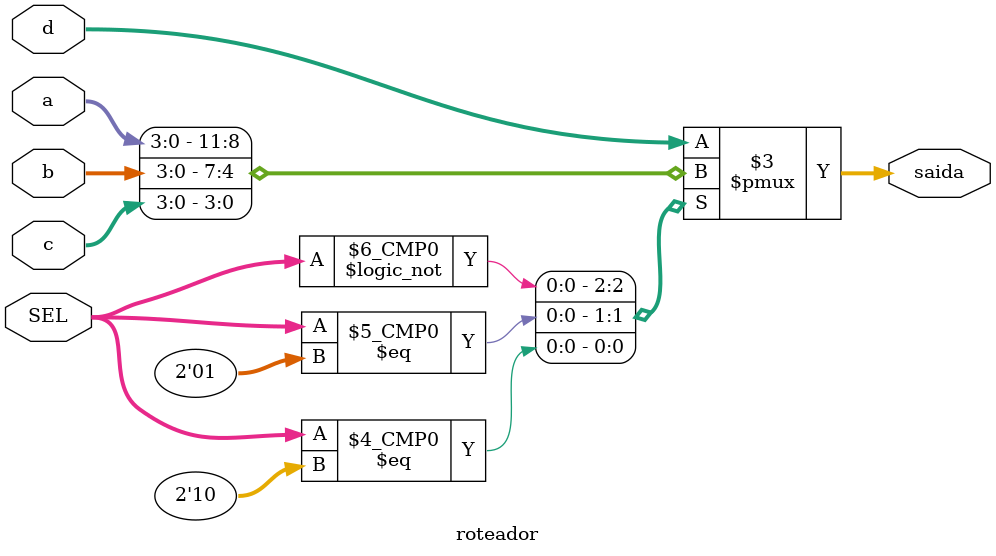
<source format=sv>

parameter SEL_BITS = 2;
module roteador (input logic [3:0] a, b, c, d,
                 input logic [SEL_BITS-1:0] SEL,
                 output logic [3:0] saida  
                );
  
   always_comb begin
	case(SEL)
  	2'b00: saida <= a; 
  	2'b01: saida <= b; 
  	2'b10: saida <= c; 
  	default: saida <= d;
	endcase
  end

endmodule
</source>
